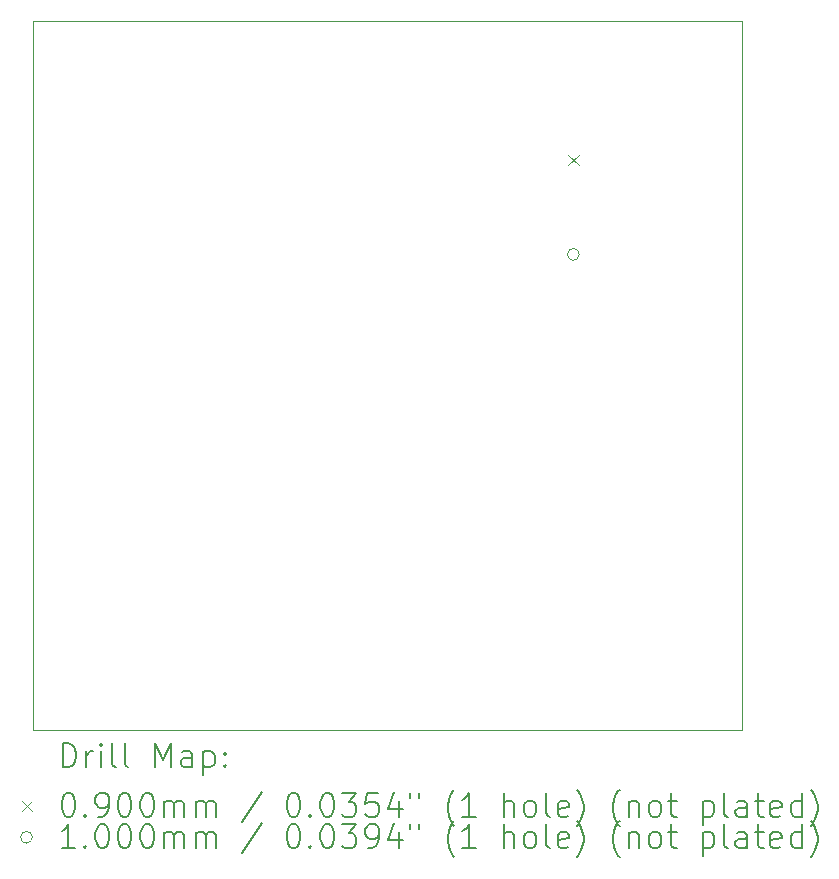
<source format=gbr>
%TF.GenerationSoftware,KiCad,Pcbnew,6.0.7+dfsg-1~bpo11+1*%
%TF.CreationDate,2022-08-19T21:34:26-04:00*%
%TF.ProjectId,iov-rp2040,696f762d-7270-4323-9034-302e6b696361,rev?*%
%TF.SameCoordinates,Original*%
%TF.FileFunction,Drillmap*%
%TF.FilePolarity,Positive*%
%FSLAX45Y45*%
G04 Gerber Fmt 4.5, Leading zero omitted, Abs format (unit mm)*
G04 Created by KiCad (PCBNEW 6.0.7+dfsg-1~bpo11+1) date 2022-08-19 21:34:26*
%MOMM*%
%LPD*%
G01*
G04 APERTURE LIST*
%ADD10C,0.100000*%
%ADD11C,0.200000*%
%ADD12C,0.090000*%
G04 APERTURE END LIST*
D10*
X12900000Y-9200000D02*
X18900000Y-9200000D01*
X18900000Y-9200000D02*
X18900000Y-15200000D01*
X18900000Y-15200000D02*
X12900000Y-15200000D01*
X12900000Y-15200000D02*
X12900000Y-9200000D01*
D11*
D12*
X17430000Y-10330000D02*
X17520000Y-10420000D01*
X17520000Y-10330000D02*
X17430000Y-10420000D01*
D10*
X17525000Y-11175000D02*
G75*
G03*
X17525000Y-11175000I-50000J0D01*
G01*
D11*
X13152619Y-15515476D02*
X13152619Y-15315476D01*
X13200238Y-15315476D01*
X13228809Y-15325000D01*
X13247857Y-15344048D01*
X13257381Y-15363095D01*
X13266905Y-15401190D01*
X13266905Y-15429762D01*
X13257381Y-15467857D01*
X13247857Y-15486905D01*
X13228809Y-15505952D01*
X13200238Y-15515476D01*
X13152619Y-15515476D01*
X13352619Y-15515476D02*
X13352619Y-15382143D01*
X13352619Y-15420238D02*
X13362143Y-15401190D01*
X13371667Y-15391667D01*
X13390714Y-15382143D01*
X13409762Y-15382143D01*
X13476428Y-15515476D02*
X13476428Y-15382143D01*
X13476428Y-15315476D02*
X13466905Y-15325000D01*
X13476428Y-15334524D01*
X13485952Y-15325000D01*
X13476428Y-15315476D01*
X13476428Y-15334524D01*
X13600238Y-15515476D02*
X13581190Y-15505952D01*
X13571667Y-15486905D01*
X13571667Y-15315476D01*
X13705000Y-15515476D02*
X13685952Y-15505952D01*
X13676428Y-15486905D01*
X13676428Y-15315476D01*
X13933571Y-15515476D02*
X13933571Y-15315476D01*
X14000238Y-15458333D01*
X14066905Y-15315476D01*
X14066905Y-15515476D01*
X14247857Y-15515476D02*
X14247857Y-15410714D01*
X14238333Y-15391667D01*
X14219286Y-15382143D01*
X14181190Y-15382143D01*
X14162143Y-15391667D01*
X14247857Y-15505952D02*
X14228809Y-15515476D01*
X14181190Y-15515476D01*
X14162143Y-15505952D01*
X14152619Y-15486905D01*
X14152619Y-15467857D01*
X14162143Y-15448809D01*
X14181190Y-15439286D01*
X14228809Y-15439286D01*
X14247857Y-15429762D01*
X14343095Y-15382143D02*
X14343095Y-15582143D01*
X14343095Y-15391667D02*
X14362143Y-15382143D01*
X14400238Y-15382143D01*
X14419286Y-15391667D01*
X14428809Y-15401190D01*
X14438333Y-15420238D01*
X14438333Y-15477381D01*
X14428809Y-15496428D01*
X14419286Y-15505952D01*
X14400238Y-15515476D01*
X14362143Y-15515476D01*
X14343095Y-15505952D01*
X14524048Y-15496428D02*
X14533571Y-15505952D01*
X14524048Y-15515476D01*
X14514524Y-15505952D01*
X14524048Y-15496428D01*
X14524048Y-15515476D01*
X14524048Y-15391667D02*
X14533571Y-15401190D01*
X14524048Y-15410714D01*
X14514524Y-15401190D01*
X14524048Y-15391667D01*
X14524048Y-15410714D01*
D12*
X12805000Y-15800000D02*
X12895000Y-15890000D01*
X12895000Y-15800000D02*
X12805000Y-15890000D01*
D11*
X13190714Y-15735476D02*
X13209762Y-15735476D01*
X13228809Y-15745000D01*
X13238333Y-15754524D01*
X13247857Y-15773571D01*
X13257381Y-15811667D01*
X13257381Y-15859286D01*
X13247857Y-15897381D01*
X13238333Y-15916428D01*
X13228809Y-15925952D01*
X13209762Y-15935476D01*
X13190714Y-15935476D01*
X13171667Y-15925952D01*
X13162143Y-15916428D01*
X13152619Y-15897381D01*
X13143095Y-15859286D01*
X13143095Y-15811667D01*
X13152619Y-15773571D01*
X13162143Y-15754524D01*
X13171667Y-15745000D01*
X13190714Y-15735476D01*
X13343095Y-15916428D02*
X13352619Y-15925952D01*
X13343095Y-15935476D01*
X13333571Y-15925952D01*
X13343095Y-15916428D01*
X13343095Y-15935476D01*
X13447857Y-15935476D02*
X13485952Y-15935476D01*
X13505000Y-15925952D01*
X13514524Y-15916428D01*
X13533571Y-15887857D01*
X13543095Y-15849762D01*
X13543095Y-15773571D01*
X13533571Y-15754524D01*
X13524048Y-15745000D01*
X13505000Y-15735476D01*
X13466905Y-15735476D01*
X13447857Y-15745000D01*
X13438333Y-15754524D01*
X13428809Y-15773571D01*
X13428809Y-15821190D01*
X13438333Y-15840238D01*
X13447857Y-15849762D01*
X13466905Y-15859286D01*
X13505000Y-15859286D01*
X13524048Y-15849762D01*
X13533571Y-15840238D01*
X13543095Y-15821190D01*
X13666905Y-15735476D02*
X13685952Y-15735476D01*
X13705000Y-15745000D01*
X13714524Y-15754524D01*
X13724048Y-15773571D01*
X13733571Y-15811667D01*
X13733571Y-15859286D01*
X13724048Y-15897381D01*
X13714524Y-15916428D01*
X13705000Y-15925952D01*
X13685952Y-15935476D01*
X13666905Y-15935476D01*
X13647857Y-15925952D01*
X13638333Y-15916428D01*
X13628809Y-15897381D01*
X13619286Y-15859286D01*
X13619286Y-15811667D01*
X13628809Y-15773571D01*
X13638333Y-15754524D01*
X13647857Y-15745000D01*
X13666905Y-15735476D01*
X13857381Y-15735476D02*
X13876428Y-15735476D01*
X13895476Y-15745000D01*
X13905000Y-15754524D01*
X13914524Y-15773571D01*
X13924048Y-15811667D01*
X13924048Y-15859286D01*
X13914524Y-15897381D01*
X13905000Y-15916428D01*
X13895476Y-15925952D01*
X13876428Y-15935476D01*
X13857381Y-15935476D01*
X13838333Y-15925952D01*
X13828809Y-15916428D01*
X13819286Y-15897381D01*
X13809762Y-15859286D01*
X13809762Y-15811667D01*
X13819286Y-15773571D01*
X13828809Y-15754524D01*
X13838333Y-15745000D01*
X13857381Y-15735476D01*
X14009762Y-15935476D02*
X14009762Y-15802143D01*
X14009762Y-15821190D02*
X14019286Y-15811667D01*
X14038333Y-15802143D01*
X14066905Y-15802143D01*
X14085952Y-15811667D01*
X14095476Y-15830714D01*
X14095476Y-15935476D01*
X14095476Y-15830714D02*
X14105000Y-15811667D01*
X14124048Y-15802143D01*
X14152619Y-15802143D01*
X14171667Y-15811667D01*
X14181190Y-15830714D01*
X14181190Y-15935476D01*
X14276428Y-15935476D02*
X14276428Y-15802143D01*
X14276428Y-15821190D02*
X14285952Y-15811667D01*
X14305000Y-15802143D01*
X14333571Y-15802143D01*
X14352619Y-15811667D01*
X14362143Y-15830714D01*
X14362143Y-15935476D01*
X14362143Y-15830714D02*
X14371667Y-15811667D01*
X14390714Y-15802143D01*
X14419286Y-15802143D01*
X14438333Y-15811667D01*
X14447857Y-15830714D01*
X14447857Y-15935476D01*
X14838333Y-15725952D02*
X14666905Y-15983095D01*
X15095476Y-15735476D02*
X15114524Y-15735476D01*
X15133571Y-15745000D01*
X15143095Y-15754524D01*
X15152619Y-15773571D01*
X15162143Y-15811667D01*
X15162143Y-15859286D01*
X15152619Y-15897381D01*
X15143095Y-15916428D01*
X15133571Y-15925952D01*
X15114524Y-15935476D01*
X15095476Y-15935476D01*
X15076428Y-15925952D01*
X15066905Y-15916428D01*
X15057381Y-15897381D01*
X15047857Y-15859286D01*
X15047857Y-15811667D01*
X15057381Y-15773571D01*
X15066905Y-15754524D01*
X15076428Y-15745000D01*
X15095476Y-15735476D01*
X15247857Y-15916428D02*
X15257381Y-15925952D01*
X15247857Y-15935476D01*
X15238333Y-15925952D01*
X15247857Y-15916428D01*
X15247857Y-15935476D01*
X15381190Y-15735476D02*
X15400238Y-15735476D01*
X15419286Y-15745000D01*
X15428809Y-15754524D01*
X15438333Y-15773571D01*
X15447857Y-15811667D01*
X15447857Y-15859286D01*
X15438333Y-15897381D01*
X15428809Y-15916428D01*
X15419286Y-15925952D01*
X15400238Y-15935476D01*
X15381190Y-15935476D01*
X15362143Y-15925952D01*
X15352619Y-15916428D01*
X15343095Y-15897381D01*
X15333571Y-15859286D01*
X15333571Y-15811667D01*
X15343095Y-15773571D01*
X15352619Y-15754524D01*
X15362143Y-15745000D01*
X15381190Y-15735476D01*
X15514524Y-15735476D02*
X15638333Y-15735476D01*
X15571667Y-15811667D01*
X15600238Y-15811667D01*
X15619286Y-15821190D01*
X15628809Y-15830714D01*
X15638333Y-15849762D01*
X15638333Y-15897381D01*
X15628809Y-15916428D01*
X15619286Y-15925952D01*
X15600238Y-15935476D01*
X15543095Y-15935476D01*
X15524048Y-15925952D01*
X15514524Y-15916428D01*
X15819286Y-15735476D02*
X15724048Y-15735476D01*
X15714524Y-15830714D01*
X15724048Y-15821190D01*
X15743095Y-15811667D01*
X15790714Y-15811667D01*
X15809762Y-15821190D01*
X15819286Y-15830714D01*
X15828809Y-15849762D01*
X15828809Y-15897381D01*
X15819286Y-15916428D01*
X15809762Y-15925952D01*
X15790714Y-15935476D01*
X15743095Y-15935476D01*
X15724048Y-15925952D01*
X15714524Y-15916428D01*
X16000238Y-15802143D02*
X16000238Y-15935476D01*
X15952619Y-15725952D02*
X15905000Y-15868809D01*
X16028809Y-15868809D01*
X16095476Y-15735476D02*
X16095476Y-15773571D01*
X16171667Y-15735476D02*
X16171667Y-15773571D01*
X16466905Y-16011667D02*
X16457381Y-16002143D01*
X16438333Y-15973571D01*
X16428809Y-15954524D01*
X16419286Y-15925952D01*
X16409762Y-15878333D01*
X16409762Y-15840238D01*
X16419286Y-15792619D01*
X16428809Y-15764048D01*
X16438333Y-15745000D01*
X16457381Y-15716428D01*
X16466905Y-15706905D01*
X16647857Y-15935476D02*
X16533571Y-15935476D01*
X16590714Y-15935476D02*
X16590714Y-15735476D01*
X16571667Y-15764048D01*
X16552619Y-15783095D01*
X16533571Y-15792619D01*
X16885952Y-15935476D02*
X16885952Y-15735476D01*
X16971667Y-15935476D02*
X16971667Y-15830714D01*
X16962143Y-15811667D01*
X16943095Y-15802143D01*
X16914524Y-15802143D01*
X16895476Y-15811667D01*
X16885952Y-15821190D01*
X17095476Y-15935476D02*
X17076429Y-15925952D01*
X17066905Y-15916428D01*
X17057381Y-15897381D01*
X17057381Y-15840238D01*
X17066905Y-15821190D01*
X17076429Y-15811667D01*
X17095476Y-15802143D01*
X17124048Y-15802143D01*
X17143095Y-15811667D01*
X17152619Y-15821190D01*
X17162143Y-15840238D01*
X17162143Y-15897381D01*
X17152619Y-15916428D01*
X17143095Y-15925952D01*
X17124048Y-15935476D01*
X17095476Y-15935476D01*
X17276429Y-15935476D02*
X17257381Y-15925952D01*
X17247857Y-15906905D01*
X17247857Y-15735476D01*
X17428810Y-15925952D02*
X17409762Y-15935476D01*
X17371667Y-15935476D01*
X17352619Y-15925952D01*
X17343095Y-15906905D01*
X17343095Y-15830714D01*
X17352619Y-15811667D01*
X17371667Y-15802143D01*
X17409762Y-15802143D01*
X17428810Y-15811667D01*
X17438333Y-15830714D01*
X17438333Y-15849762D01*
X17343095Y-15868809D01*
X17505000Y-16011667D02*
X17514524Y-16002143D01*
X17533571Y-15973571D01*
X17543095Y-15954524D01*
X17552619Y-15925952D01*
X17562143Y-15878333D01*
X17562143Y-15840238D01*
X17552619Y-15792619D01*
X17543095Y-15764048D01*
X17533571Y-15745000D01*
X17514524Y-15716428D01*
X17505000Y-15706905D01*
X17866905Y-16011667D02*
X17857381Y-16002143D01*
X17838333Y-15973571D01*
X17828810Y-15954524D01*
X17819286Y-15925952D01*
X17809762Y-15878333D01*
X17809762Y-15840238D01*
X17819286Y-15792619D01*
X17828810Y-15764048D01*
X17838333Y-15745000D01*
X17857381Y-15716428D01*
X17866905Y-15706905D01*
X17943095Y-15802143D02*
X17943095Y-15935476D01*
X17943095Y-15821190D02*
X17952619Y-15811667D01*
X17971667Y-15802143D01*
X18000238Y-15802143D01*
X18019286Y-15811667D01*
X18028810Y-15830714D01*
X18028810Y-15935476D01*
X18152619Y-15935476D02*
X18133571Y-15925952D01*
X18124048Y-15916428D01*
X18114524Y-15897381D01*
X18114524Y-15840238D01*
X18124048Y-15821190D01*
X18133571Y-15811667D01*
X18152619Y-15802143D01*
X18181190Y-15802143D01*
X18200238Y-15811667D01*
X18209762Y-15821190D01*
X18219286Y-15840238D01*
X18219286Y-15897381D01*
X18209762Y-15916428D01*
X18200238Y-15925952D01*
X18181190Y-15935476D01*
X18152619Y-15935476D01*
X18276429Y-15802143D02*
X18352619Y-15802143D01*
X18305000Y-15735476D02*
X18305000Y-15906905D01*
X18314524Y-15925952D01*
X18333571Y-15935476D01*
X18352619Y-15935476D01*
X18571667Y-15802143D02*
X18571667Y-16002143D01*
X18571667Y-15811667D02*
X18590714Y-15802143D01*
X18628810Y-15802143D01*
X18647857Y-15811667D01*
X18657381Y-15821190D01*
X18666905Y-15840238D01*
X18666905Y-15897381D01*
X18657381Y-15916428D01*
X18647857Y-15925952D01*
X18628810Y-15935476D01*
X18590714Y-15935476D01*
X18571667Y-15925952D01*
X18781190Y-15935476D02*
X18762143Y-15925952D01*
X18752619Y-15906905D01*
X18752619Y-15735476D01*
X18943095Y-15935476D02*
X18943095Y-15830714D01*
X18933571Y-15811667D01*
X18914524Y-15802143D01*
X18876429Y-15802143D01*
X18857381Y-15811667D01*
X18943095Y-15925952D02*
X18924048Y-15935476D01*
X18876429Y-15935476D01*
X18857381Y-15925952D01*
X18847857Y-15906905D01*
X18847857Y-15887857D01*
X18857381Y-15868809D01*
X18876429Y-15859286D01*
X18924048Y-15859286D01*
X18943095Y-15849762D01*
X19009762Y-15802143D02*
X19085952Y-15802143D01*
X19038333Y-15735476D02*
X19038333Y-15906905D01*
X19047857Y-15925952D01*
X19066905Y-15935476D01*
X19085952Y-15935476D01*
X19228810Y-15925952D02*
X19209762Y-15935476D01*
X19171667Y-15935476D01*
X19152619Y-15925952D01*
X19143095Y-15906905D01*
X19143095Y-15830714D01*
X19152619Y-15811667D01*
X19171667Y-15802143D01*
X19209762Y-15802143D01*
X19228810Y-15811667D01*
X19238333Y-15830714D01*
X19238333Y-15849762D01*
X19143095Y-15868809D01*
X19409762Y-15935476D02*
X19409762Y-15735476D01*
X19409762Y-15925952D02*
X19390714Y-15935476D01*
X19352619Y-15935476D01*
X19333571Y-15925952D01*
X19324048Y-15916428D01*
X19314524Y-15897381D01*
X19314524Y-15840238D01*
X19324048Y-15821190D01*
X19333571Y-15811667D01*
X19352619Y-15802143D01*
X19390714Y-15802143D01*
X19409762Y-15811667D01*
X19485952Y-16011667D02*
X19495476Y-16002143D01*
X19514524Y-15973571D01*
X19524048Y-15954524D01*
X19533571Y-15925952D01*
X19543095Y-15878333D01*
X19543095Y-15840238D01*
X19533571Y-15792619D01*
X19524048Y-15764048D01*
X19514524Y-15745000D01*
X19495476Y-15716428D01*
X19485952Y-15706905D01*
D10*
X12895000Y-16109000D02*
G75*
G03*
X12895000Y-16109000I-50000J0D01*
G01*
D11*
X13257381Y-16199476D02*
X13143095Y-16199476D01*
X13200238Y-16199476D02*
X13200238Y-15999476D01*
X13181190Y-16028048D01*
X13162143Y-16047095D01*
X13143095Y-16056619D01*
X13343095Y-16180428D02*
X13352619Y-16189952D01*
X13343095Y-16199476D01*
X13333571Y-16189952D01*
X13343095Y-16180428D01*
X13343095Y-16199476D01*
X13476428Y-15999476D02*
X13495476Y-15999476D01*
X13514524Y-16009000D01*
X13524048Y-16018524D01*
X13533571Y-16037571D01*
X13543095Y-16075667D01*
X13543095Y-16123286D01*
X13533571Y-16161381D01*
X13524048Y-16180428D01*
X13514524Y-16189952D01*
X13495476Y-16199476D01*
X13476428Y-16199476D01*
X13457381Y-16189952D01*
X13447857Y-16180428D01*
X13438333Y-16161381D01*
X13428809Y-16123286D01*
X13428809Y-16075667D01*
X13438333Y-16037571D01*
X13447857Y-16018524D01*
X13457381Y-16009000D01*
X13476428Y-15999476D01*
X13666905Y-15999476D02*
X13685952Y-15999476D01*
X13705000Y-16009000D01*
X13714524Y-16018524D01*
X13724048Y-16037571D01*
X13733571Y-16075667D01*
X13733571Y-16123286D01*
X13724048Y-16161381D01*
X13714524Y-16180428D01*
X13705000Y-16189952D01*
X13685952Y-16199476D01*
X13666905Y-16199476D01*
X13647857Y-16189952D01*
X13638333Y-16180428D01*
X13628809Y-16161381D01*
X13619286Y-16123286D01*
X13619286Y-16075667D01*
X13628809Y-16037571D01*
X13638333Y-16018524D01*
X13647857Y-16009000D01*
X13666905Y-15999476D01*
X13857381Y-15999476D02*
X13876428Y-15999476D01*
X13895476Y-16009000D01*
X13905000Y-16018524D01*
X13914524Y-16037571D01*
X13924048Y-16075667D01*
X13924048Y-16123286D01*
X13914524Y-16161381D01*
X13905000Y-16180428D01*
X13895476Y-16189952D01*
X13876428Y-16199476D01*
X13857381Y-16199476D01*
X13838333Y-16189952D01*
X13828809Y-16180428D01*
X13819286Y-16161381D01*
X13809762Y-16123286D01*
X13809762Y-16075667D01*
X13819286Y-16037571D01*
X13828809Y-16018524D01*
X13838333Y-16009000D01*
X13857381Y-15999476D01*
X14009762Y-16199476D02*
X14009762Y-16066143D01*
X14009762Y-16085190D02*
X14019286Y-16075667D01*
X14038333Y-16066143D01*
X14066905Y-16066143D01*
X14085952Y-16075667D01*
X14095476Y-16094714D01*
X14095476Y-16199476D01*
X14095476Y-16094714D02*
X14105000Y-16075667D01*
X14124048Y-16066143D01*
X14152619Y-16066143D01*
X14171667Y-16075667D01*
X14181190Y-16094714D01*
X14181190Y-16199476D01*
X14276428Y-16199476D02*
X14276428Y-16066143D01*
X14276428Y-16085190D02*
X14285952Y-16075667D01*
X14305000Y-16066143D01*
X14333571Y-16066143D01*
X14352619Y-16075667D01*
X14362143Y-16094714D01*
X14362143Y-16199476D01*
X14362143Y-16094714D02*
X14371667Y-16075667D01*
X14390714Y-16066143D01*
X14419286Y-16066143D01*
X14438333Y-16075667D01*
X14447857Y-16094714D01*
X14447857Y-16199476D01*
X14838333Y-15989952D02*
X14666905Y-16247095D01*
X15095476Y-15999476D02*
X15114524Y-15999476D01*
X15133571Y-16009000D01*
X15143095Y-16018524D01*
X15152619Y-16037571D01*
X15162143Y-16075667D01*
X15162143Y-16123286D01*
X15152619Y-16161381D01*
X15143095Y-16180428D01*
X15133571Y-16189952D01*
X15114524Y-16199476D01*
X15095476Y-16199476D01*
X15076428Y-16189952D01*
X15066905Y-16180428D01*
X15057381Y-16161381D01*
X15047857Y-16123286D01*
X15047857Y-16075667D01*
X15057381Y-16037571D01*
X15066905Y-16018524D01*
X15076428Y-16009000D01*
X15095476Y-15999476D01*
X15247857Y-16180428D02*
X15257381Y-16189952D01*
X15247857Y-16199476D01*
X15238333Y-16189952D01*
X15247857Y-16180428D01*
X15247857Y-16199476D01*
X15381190Y-15999476D02*
X15400238Y-15999476D01*
X15419286Y-16009000D01*
X15428809Y-16018524D01*
X15438333Y-16037571D01*
X15447857Y-16075667D01*
X15447857Y-16123286D01*
X15438333Y-16161381D01*
X15428809Y-16180428D01*
X15419286Y-16189952D01*
X15400238Y-16199476D01*
X15381190Y-16199476D01*
X15362143Y-16189952D01*
X15352619Y-16180428D01*
X15343095Y-16161381D01*
X15333571Y-16123286D01*
X15333571Y-16075667D01*
X15343095Y-16037571D01*
X15352619Y-16018524D01*
X15362143Y-16009000D01*
X15381190Y-15999476D01*
X15514524Y-15999476D02*
X15638333Y-15999476D01*
X15571667Y-16075667D01*
X15600238Y-16075667D01*
X15619286Y-16085190D01*
X15628809Y-16094714D01*
X15638333Y-16113762D01*
X15638333Y-16161381D01*
X15628809Y-16180428D01*
X15619286Y-16189952D01*
X15600238Y-16199476D01*
X15543095Y-16199476D01*
X15524048Y-16189952D01*
X15514524Y-16180428D01*
X15733571Y-16199476D02*
X15771667Y-16199476D01*
X15790714Y-16189952D01*
X15800238Y-16180428D01*
X15819286Y-16151857D01*
X15828809Y-16113762D01*
X15828809Y-16037571D01*
X15819286Y-16018524D01*
X15809762Y-16009000D01*
X15790714Y-15999476D01*
X15752619Y-15999476D01*
X15733571Y-16009000D01*
X15724048Y-16018524D01*
X15714524Y-16037571D01*
X15714524Y-16085190D01*
X15724048Y-16104238D01*
X15733571Y-16113762D01*
X15752619Y-16123286D01*
X15790714Y-16123286D01*
X15809762Y-16113762D01*
X15819286Y-16104238D01*
X15828809Y-16085190D01*
X16000238Y-16066143D02*
X16000238Y-16199476D01*
X15952619Y-15989952D02*
X15905000Y-16132809D01*
X16028809Y-16132809D01*
X16095476Y-15999476D02*
X16095476Y-16037571D01*
X16171667Y-15999476D02*
X16171667Y-16037571D01*
X16466905Y-16275667D02*
X16457381Y-16266143D01*
X16438333Y-16237571D01*
X16428809Y-16218524D01*
X16419286Y-16189952D01*
X16409762Y-16142333D01*
X16409762Y-16104238D01*
X16419286Y-16056619D01*
X16428809Y-16028048D01*
X16438333Y-16009000D01*
X16457381Y-15980428D01*
X16466905Y-15970905D01*
X16647857Y-16199476D02*
X16533571Y-16199476D01*
X16590714Y-16199476D02*
X16590714Y-15999476D01*
X16571667Y-16028048D01*
X16552619Y-16047095D01*
X16533571Y-16056619D01*
X16885952Y-16199476D02*
X16885952Y-15999476D01*
X16971667Y-16199476D02*
X16971667Y-16094714D01*
X16962143Y-16075667D01*
X16943095Y-16066143D01*
X16914524Y-16066143D01*
X16895476Y-16075667D01*
X16885952Y-16085190D01*
X17095476Y-16199476D02*
X17076429Y-16189952D01*
X17066905Y-16180428D01*
X17057381Y-16161381D01*
X17057381Y-16104238D01*
X17066905Y-16085190D01*
X17076429Y-16075667D01*
X17095476Y-16066143D01*
X17124048Y-16066143D01*
X17143095Y-16075667D01*
X17152619Y-16085190D01*
X17162143Y-16104238D01*
X17162143Y-16161381D01*
X17152619Y-16180428D01*
X17143095Y-16189952D01*
X17124048Y-16199476D01*
X17095476Y-16199476D01*
X17276429Y-16199476D02*
X17257381Y-16189952D01*
X17247857Y-16170905D01*
X17247857Y-15999476D01*
X17428810Y-16189952D02*
X17409762Y-16199476D01*
X17371667Y-16199476D01*
X17352619Y-16189952D01*
X17343095Y-16170905D01*
X17343095Y-16094714D01*
X17352619Y-16075667D01*
X17371667Y-16066143D01*
X17409762Y-16066143D01*
X17428810Y-16075667D01*
X17438333Y-16094714D01*
X17438333Y-16113762D01*
X17343095Y-16132809D01*
X17505000Y-16275667D02*
X17514524Y-16266143D01*
X17533571Y-16237571D01*
X17543095Y-16218524D01*
X17552619Y-16189952D01*
X17562143Y-16142333D01*
X17562143Y-16104238D01*
X17552619Y-16056619D01*
X17543095Y-16028048D01*
X17533571Y-16009000D01*
X17514524Y-15980428D01*
X17505000Y-15970905D01*
X17866905Y-16275667D02*
X17857381Y-16266143D01*
X17838333Y-16237571D01*
X17828810Y-16218524D01*
X17819286Y-16189952D01*
X17809762Y-16142333D01*
X17809762Y-16104238D01*
X17819286Y-16056619D01*
X17828810Y-16028048D01*
X17838333Y-16009000D01*
X17857381Y-15980428D01*
X17866905Y-15970905D01*
X17943095Y-16066143D02*
X17943095Y-16199476D01*
X17943095Y-16085190D02*
X17952619Y-16075667D01*
X17971667Y-16066143D01*
X18000238Y-16066143D01*
X18019286Y-16075667D01*
X18028810Y-16094714D01*
X18028810Y-16199476D01*
X18152619Y-16199476D02*
X18133571Y-16189952D01*
X18124048Y-16180428D01*
X18114524Y-16161381D01*
X18114524Y-16104238D01*
X18124048Y-16085190D01*
X18133571Y-16075667D01*
X18152619Y-16066143D01*
X18181190Y-16066143D01*
X18200238Y-16075667D01*
X18209762Y-16085190D01*
X18219286Y-16104238D01*
X18219286Y-16161381D01*
X18209762Y-16180428D01*
X18200238Y-16189952D01*
X18181190Y-16199476D01*
X18152619Y-16199476D01*
X18276429Y-16066143D02*
X18352619Y-16066143D01*
X18305000Y-15999476D02*
X18305000Y-16170905D01*
X18314524Y-16189952D01*
X18333571Y-16199476D01*
X18352619Y-16199476D01*
X18571667Y-16066143D02*
X18571667Y-16266143D01*
X18571667Y-16075667D02*
X18590714Y-16066143D01*
X18628810Y-16066143D01*
X18647857Y-16075667D01*
X18657381Y-16085190D01*
X18666905Y-16104238D01*
X18666905Y-16161381D01*
X18657381Y-16180428D01*
X18647857Y-16189952D01*
X18628810Y-16199476D01*
X18590714Y-16199476D01*
X18571667Y-16189952D01*
X18781190Y-16199476D02*
X18762143Y-16189952D01*
X18752619Y-16170905D01*
X18752619Y-15999476D01*
X18943095Y-16199476D02*
X18943095Y-16094714D01*
X18933571Y-16075667D01*
X18914524Y-16066143D01*
X18876429Y-16066143D01*
X18857381Y-16075667D01*
X18943095Y-16189952D02*
X18924048Y-16199476D01*
X18876429Y-16199476D01*
X18857381Y-16189952D01*
X18847857Y-16170905D01*
X18847857Y-16151857D01*
X18857381Y-16132809D01*
X18876429Y-16123286D01*
X18924048Y-16123286D01*
X18943095Y-16113762D01*
X19009762Y-16066143D02*
X19085952Y-16066143D01*
X19038333Y-15999476D02*
X19038333Y-16170905D01*
X19047857Y-16189952D01*
X19066905Y-16199476D01*
X19085952Y-16199476D01*
X19228810Y-16189952D02*
X19209762Y-16199476D01*
X19171667Y-16199476D01*
X19152619Y-16189952D01*
X19143095Y-16170905D01*
X19143095Y-16094714D01*
X19152619Y-16075667D01*
X19171667Y-16066143D01*
X19209762Y-16066143D01*
X19228810Y-16075667D01*
X19238333Y-16094714D01*
X19238333Y-16113762D01*
X19143095Y-16132809D01*
X19409762Y-16199476D02*
X19409762Y-15999476D01*
X19409762Y-16189952D02*
X19390714Y-16199476D01*
X19352619Y-16199476D01*
X19333571Y-16189952D01*
X19324048Y-16180428D01*
X19314524Y-16161381D01*
X19314524Y-16104238D01*
X19324048Y-16085190D01*
X19333571Y-16075667D01*
X19352619Y-16066143D01*
X19390714Y-16066143D01*
X19409762Y-16075667D01*
X19485952Y-16275667D02*
X19495476Y-16266143D01*
X19514524Y-16237571D01*
X19524048Y-16218524D01*
X19533571Y-16189952D01*
X19543095Y-16142333D01*
X19543095Y-16104238D01*
X19533571Y-16056619D01*
X19524048Y-16028048D01*
X19514524Y-16009000D01*
X19495476Y-15980428D01*
X19485952Y-15970905D01*
M02*

</source>
